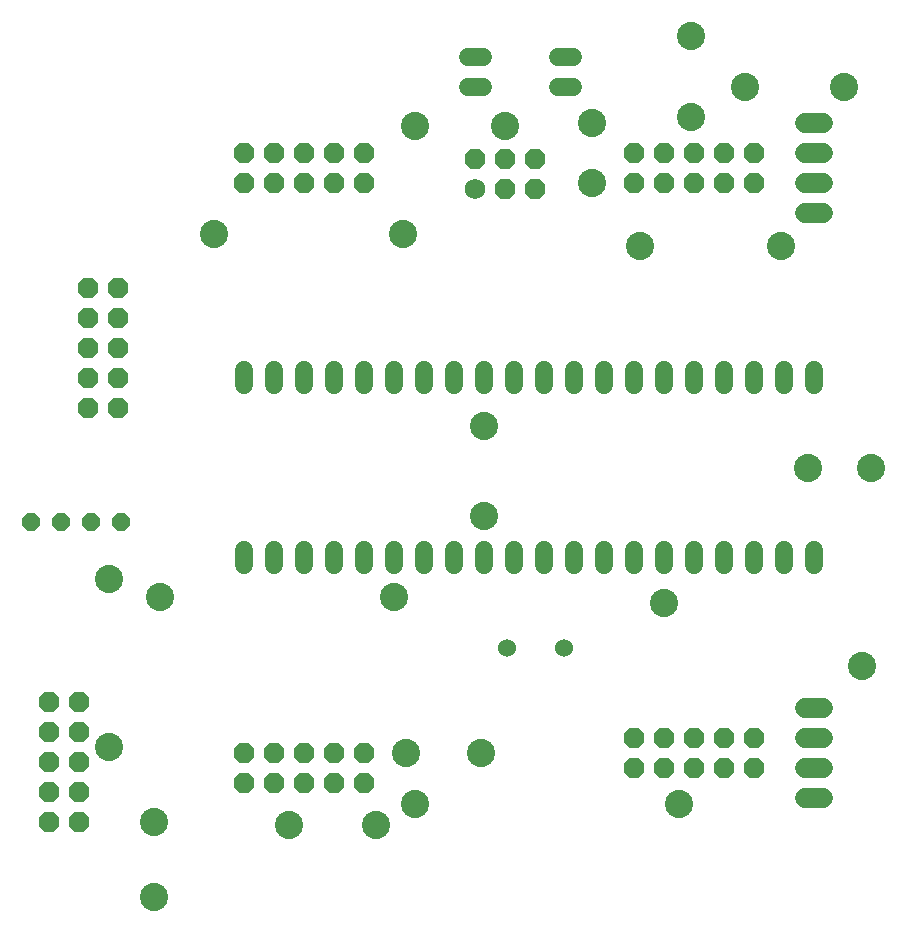
<source format=gts>
G75*
G70*
%OFA0B0*%
%FSLAX24Y24*%
%IPPOS*%
%LPD*%
%AMOC8*
5,1,8,0,0,1.08239X$1,22.5*
%
%ADD10C,0.0600*%
%ADD11C,0.0600*%
%ADD12C,0.0940*%
%ADD13OC8,0.0600*%
%ADD14OC8,0.0680*%
%ADD15C,0.0680*%
%ADD16C,0.0680*%
D10*
X009291Y012190D02*
X009291Y012710D01*
X010291Y012710D02*
X010291Y012190D01*
X011291Y012190D02*
X011291Y012710D01*
X012291Y012710D02*
X012291Y012190D01*
X013291Y012190D02*
X013291Y012710D01*
X014291Y012710D02*
X014291Y012190D01*
X015291Y012190D02*
X015291Y012710D01*
X016291Y012710D02*
X016291Y012190D01*
X017291Y012190D02*
X017291Y012710D01*
X018291Y012710D02*
X018291Y012190D01*
X019291Y012190D02*
X019291Y012710D01*
X020291Y012710D02*
X020291Y012190D01*
X021291Y012190D02*
X021291Y012710D01*
X022291Y012710D02*
X022291Y012190D01*
X023291Y012190D02*
X023291Y012710D01*
X024291Y012710D02*
X024291Y012190D01*
X025291Y012190D02*
X025291Y012710D01*
X026291Y012710D02*
X026291Y012190D01*
X027291Y012190D02*
X027291Y012710D01*
X028291Y012710D02*
X028291Y012190D01*
X028291Y018190D02*
X028291Y018710D01*
X027291Y018710D02*
X027291Y018190D01*
X026291Y018190D02*
X026291Y018710D01*
X025291Y018710D02*
X025291Y018190D01*
X024291Y018190D02*
X024291Y018710D01*
X023291Y018710D02*
X023291Y018190D01*
X022291Y018190D02*
X022291Y018710D01*
X021291Y018710D02*
X021291Y018190D01*
X020291Y018190D02*
X020291Y018710D01*
X019291Y018710D02*
X019291Y018190D01*
X018291Y018190D02*
X018291Y018710D01*
X017291Y018710D02*
X017291Y018190D01*
X016291Y018190D02*
X016291Y018710D01*
X015291Y018710D02*
X015291Y018190D01*
X014291Y018190D02*
X014291Y018710D01*
X013291Y018710D02*
X013291Y018190D01*
X012291Y018190D02*
X012291Y018710D01*
X011291Y018710D02*
X011291Y018190D01*
X010291Y018190D02*
X010291Y018710D01*
X009291Y018710D02*
X009291Y018190D01*
X016731Y028150D02*
X017251Y028150D01*
X017251Y029150D02*
X016731Y029150D01*
X019731Y029150D02*
X020251Y029150D01*
X020251Y028150D02*
X019731Y028150D01*
D11*
X019941Y009450D03*
X018041Y009450D03*
D12*
X017191Y005950D03*
X014991Y004250D03*
X013691Y003550D03*
X014691Y005950D03*
X010791Y003550D03*
X006291Y003650D03*
X006291Y001150D03*
X004791Y006150D03*
X006491Y011150D03*
X004791Y011750D03*
X014291Y011150D03*
X017291Y013850D03*
X017291Y016850D03*
X023291Y010950D03*
X028091Y015450D03*
X030191Y015450D03*
X029891Y008850D03*
X023791Y004250D03*
X022491Y022850D03*
X020891Y024950D03*
X020891Y026950D03*
X017991Y026850D03*
X014991Y026850D03*
X014591Y023250D03*
X008291Y023250D03*
X024191Y027150D03*
X025991Y028150D03*
X024191Y029850D03*
X029291Y028150D03*
X027191Y022850D03*
D13*
X005191Y013650D03*
X004191Y013650D03*
X003191Y013650D03*
X002191Y013650D03*
D14*
X002791Y003650D03*
X003791Y003650D03*
X003791Y004650D03*
X003791Y005650D03*
X003791Y006650D03*
X003791Y007650D03*
X002791Y007650D03*
X002791Y006650D03*
X002791Y005650D03*
X002791Y004650D03*
X009291Y004950D03*
X010291Y004950D03*
X011291Y004950D03*
X012291Y004950D03*
X013291Y004950D03*
X013291Y005950D03*
X012291Y005950D03*
X011291Y005950D03*
X010291Y005950D03*
X009291Y005950D03*
X005091Y017450D03*
X005091Y018450D03*
X005091Y019450D03*
X005091Y020450D03*
X005091Y021450D03*
X004091Y021450D03*
X004091Y020450D03*
X004091Y019450D03*
X004091Y018450D03*
X004091Y017450D03*
X009291Y024950D03*
X010291Y024950D03*
X011291Y024950D03*
X012291Y024950D03*
X013291Y024950D03*
X013291Y025950D03*
X012291Y025950D03*
X011291Y025950D03*
X010291Y025950D03*
X009291Y025950D03*
X016991Y025750D03*
X017991Y025750D03*
X018991Y025750D03*
X018991Y024750D03*
X017991Y024750D03*
X022291Y024950D03*
X023291Y024950D03*
X024291Y024950D03*
X025291Y024950D03*
X026291Y024950D03*
X026291Y025950D03*
X025291Y025950D03*
X024291Y025950D03*
X023291Y025950D03*
X022291Y025950D03*
X022291Y006450D03*
X023291Y006450D03*
X024291Y006450D03*
X025291Y006450D03*
X026291Y006450D03*
X026291Y005450D03*
X025291Y005450D03*
X024291Y005450D03*
X023291Y005450D03*
X022291Y005450D03*
D15*
X027991Y005450D02*
X028591Y005450D01*
X028591Y006450D02*
X027991Y006450D01*
X027991Y007450D02*
X028591Y007450D01*
X028591Y004450D02*
X027991Y004450D01*
X027991Y023950D02*
X028591Y023950D01*
X028591Y024950D02*
X027991Y024950D01*
X027991Y025950D02*
X028591Y025950D01*
X028591Y026950D02*
X027991Y026950D01*
D16*
X016991Y024750D03*
M02*

</source>
